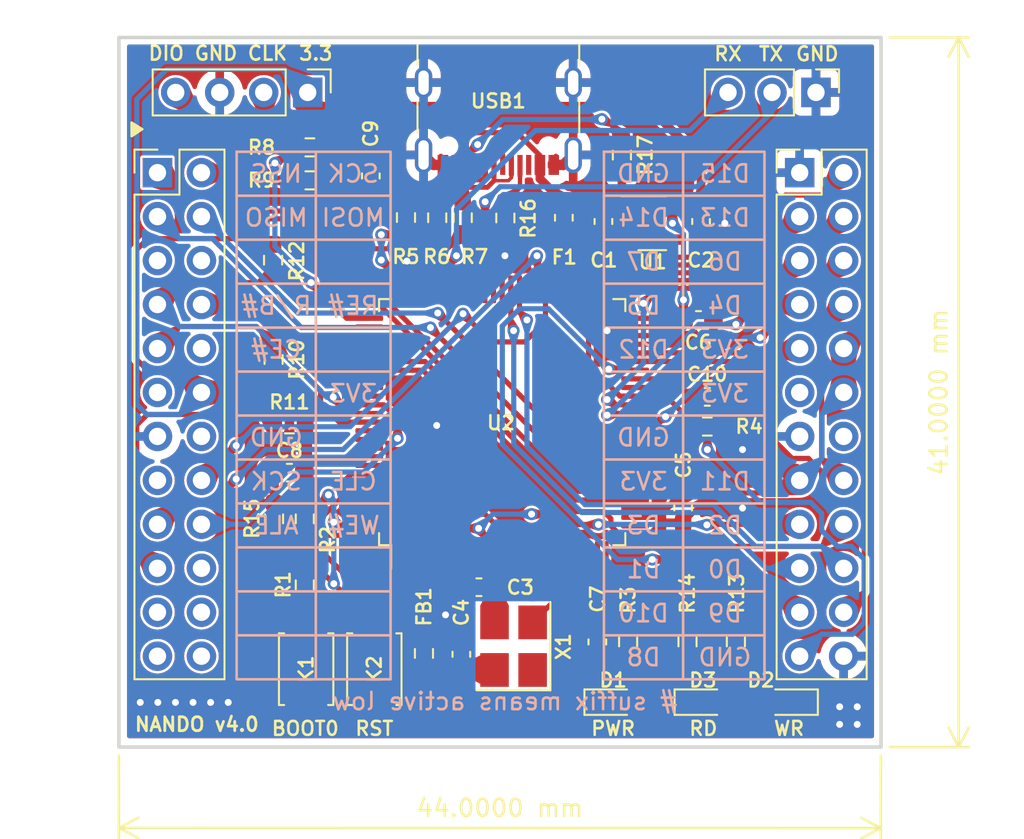
<source format=kicad_pcb>
(kicad_pcb (version 20221018) (generator pcbnew)
  (title_block (title "NANDO") (rev "v3.4"))
  (layers (0 "F.Cu" signal) (31 "B.Cu" signal) (34 "B.Paste" user) (35 "F.Paste" user) (36 "B.SilkS" user "B.Silkscreen") (37 "F.SilkS" user "F.Silkscreen") (38 "B.Mask" user) (39 "F.Mask" user) (44 "Edge.Cuts" user))
  (net 0 "")
  (net 1 "Net-(U2-RCC_OSC_IN)")
  (net 2 "GNDD")
  (net 3 "+5V")
  (net 4 "+3V3")
  (net 5 "Net-(D1-A)")
  (net 6 "Net-(D2-A)")
  (net 7 "Net-(D3-A)")
  (net 14 "Net-(J3-Pin_19)")
  (net 22 "Net-(U2-BOOT1{slash}PB2)")
  (net 52 "/USB_N")
  (net 53 "/USB_P")
  (net 69 "/SWDIO")
  (net 70 "/SWCLK")
  (net 71 "/USART1_TX")
  (net 72 "/USART1_RX")
  (net 73 "/SPI1_NSS")
  (net 74 "/SPI1_SCK")
  (net 75 "/SPI1_MISO")
  (net 76 "/SPI1_MOSI")
  (net 77 "/FSMC_NWAIT")
  (net 78 "/FSMC_NOE")
  (net 79 "/FSMC_NCE2")
  (net 80 "/FSMC_CLE")
  (net 81 "/FSMC_ALE")
  (net 82 "/FSMC_NWE")
  (net 83 "/FSMC_D15")
  (net 84 "/FSMC_D14")
  (net 85 "/FSMC_D13")
  (net 86 "/FSMC_D7")
  (net 87 "/FSMC_D6")
  (net 88 "/FSMC_D5")
  (net 89 "/FSMC_D4")
  (net 90 "/FSMC_D12")
  (net 91 "/FSMC_D11")
  (net 92 "/FSMC_D3")
  (net 93 "/FSMC_D2")
  (net 94 "/FSMC_D1")
  (net 95 "/FSMC_D0")
  (net 96 "/FSMC_D10")
  (net 97 "/FSMC_D9")
  (net 98 "/FSMC_D8")
  (net 99 "/BOOT0")
  (net 100 "/NRST")
  (net 101 "/USB_DP")
  (net 102 "/USB_DN")
  (net 103 "/RED")
  (net 104 "/YELLOW")
  (net 110 "Net-(X1-VDD)")
  (net 113 "Net-(F1-Pad1)")
  (net 114 "Net-(USB1-CC1)")
  (net 115 "Net-(USB1-CC2)")
  (net 118 "Net-(K1-Pin_2)")
  (footprint "Package_QFP:LQFP-100_14x14mm_P0.5mm" (layer "F.Cu") (at 191.842 66.863637 90)
    (fp_text reference "U2")
    (fp_text value "STM32F103VCT6")
  )
  (footprint "Connector_PinHeader_2.54mm:PinHeader_1x04_P2.54mm_Vertical" (layer "F.Cu") (at 180.610353 47.813637 -90)
    (fp_text reference "J1" hide)
    (fp_text value "Conn_01x04")
  )
  (footprint "Connector_PinHeader_2.54mm:PinHeader_1x03_P2.54mm_Vertical" (layer "F.Cu") (at 209.962334 47.8136 -90)
    (fp_text reference "J2" hide)
    (fp_text value "Conn_01x03")
  )
  (footprint "lib_fp:PinHeader_2x12_P2.54mm_Vertical_2" (layer "F.Cu") (at 209.020199 52.4491)
    (fp_text reference "J4" hide)
    (fp_text value "Conn_02x12_Odd_Even_Right")
  )
  (footprint "Connector_PinHeader_2.54mm:PinHeader_2x12_P2.54mm_Vertical" (layer "F.Cu") (at 171.936199 52.4491)
    (fp_text reference "J3" hide)
    (fp_text value "Conn_02x12_Odd_Even_Left")
  )
  (footprint "Capacitor_SMD:C_0603_1608Metric_Pad1.08x0.95mm_HandSolder" (layer "F.Cu") (at 203.327 55.2704 -90)
    (fp_text reference "C2")
    (fp_text value "1uF")
  )
  (footprint "Capacitor_SMD:C_0603_1608Metric_Pad1.08x0.95mm_HandSolder" (layer "F.Cu") (at 197.6882 55.2704 -90)
    (fp_text reference "C1")
    (fp_text value "1uF")
  )
  (footprint "Capacitor_SMD:C_0603_1608Metric_Pad1.08x0.95mm_HandSolder" (layer "F.Cu") (at 202.289199 71.816637 -90)
    (fp_text reference "C5")
    (fp_text value "0.1uF")
  )
  (footprint "Capacitor_SMD:C_0603_1608Metric_Pad1.08x0.95mm_HandSolder" (layer "F.Cu") (at 197.336199 79.563637 -90)
    (fp_text reference "C7")
    (fp_text value "0.1uF")
  )
  (footprint "Capacitor_SMD:C_0603_1608Metric_Pad1.08x0.95mm_HandSolder" (layer "F.Cu") (at 203.177099 60.96)
    (fp_text reference "C6")
    (fp_text value "0.1uF")
  )
  (footprint "Capacitor_SMD:C_0603_1608Metric_Pad1.08x0.95mm_HandSolder" (layer "F.Cu") (at 179.556199 69.784637 180)
    (fp_text reference "C8")
    (fp_text value "0.1uF")
  )
  (footprint "Capacitor_SMD:C_0603_1608Metric_Pad1.08x0.95mm_HandSolder" (layer "F.Cu") (at 184.255199 52.639637 -90)
    (fp_text reference "C9")
    (fp_text value "0.1uF")
  )
  (footprint "Capacitor_SMD:C_0603_1608Metric_Pad1.08x0.95mm_HandSolder" (layer "F.Cu") (at 203.686199 65.405 180)
    (fp_text reference "C10")
    (fp_text value "0.1uF")
  )
  (footprint "LED_SMD:LED_0603_1608Metric_Pad1.05x0.95mm_HandSolder" (layer "F.Cu") (at 203.457599 83.043437)
    (fp_text reference "D3")
    (fp_text value "YELLOW")
  )
  (footprint "LED_SMD:LED_0603_1608Metric_Pad1.05x0.95mm_HandSolder" (layer "F.Cu") (at 208.410599 83.043437 180)
    (fp_text reference "D2")
    (fp_text value "RED")
  )
  (footprint "LED_SMD:LED_0603_1608Metric_Pad1.05x0.95mm_HandSolder" (layer "F.Cu") (at 198.250599 83.043437)
    (fp_text reference "D1")
    (fp_text value "GREEN")
  )
  (footprint "Button_Switch_SMD:SW_Push_SPST_NO_Alps_SKRK" (layer "F.Cu") (at 180.521399 81.138437 -90)
    (fp_text reference "K1")
    (fp_text value "BOOT0")
  )
  (footprint "Resistor_SMD:R_0603_1608Metric_Pad0.98x0.95mm_HandSolder" (layer "F.Cu") (at 186.287199 55.0418 90)
    (fp_text reference "R5")
    (fp_text value "1.5k")
  )
  (footprint "Resistor_SMD:R_0603_1608Metric_Pad0.98x0.95mm_HandSolder" (layer "F.Cu") (at 179.556199 66.990637)
    (fp_text reference "R11")
    (fp_text value "10k")
  )
  (footprint "Resistor_SMD:R_0603_1608Metric_Pad0.98x0.95mm_HandSolder" (layer "F.Cu") (at 180.737353 50.988637 180)
    (fp_text reference "R8")
    (fp_text value "10k")
  )
  (footprint "Resistor_SMD:R_0603_1608Metric_Pad0.98x0.95mm_HandSolder" (layer "F.Cu") (at 178.6128 57.5056 -90)
    (fp_text reference "R12")
    (fp_text value "10k")
  )
  (footprint "Resistor_SMD:R_0603_1608Metric_Pad0.98x0.95mm_HandSolder" (layer "F.Cu") (at 205.337199 79.563637 90)
    (fp_text reference "R13")
    (fp_text value "2.2k")
  )
  (footprint "Resistor_SMD:R_0603_1608Metric_Pad0.98x0.95mm_HandSolder" (layer "F.Cu") (at 202.543199 79.563637 90)
    (fp_text reference "R14")
    (fp_text value "2.2k")
  )
  (footprint "Resistor_SMD:R_0603_1608Metric_Pad0.98x0.95mm_HandSolder" (layer "F.Cu") (at 178.667199 72.451637 -90)
    (fp_text reference "R15")
    (fp_text value "10k")
  )
  (footprint "Resistor_SMD:R_0603_1608Metric_Pad0.98x0.95mm_HandSolder" (layer "F.Cu") (at 178.641799 63.246 -90)
    (fp_text reference "R10")
    (fp_text value "10k")
  )
  (footprint "Resistor_SMD:R_0603_1608Metric_Pad0.98x0.95mm_HandSolder" (layer "F.Cu") (at 180.737353 52.893637 180)
    (fp_text reference "R9")
    (fp_text value "10k")
  )
  (footprint "Resistor_SMD:R_0603_1608Metric_Pad0.98x0.95mm_HandSolder" (layer "F.Cu") (at 189.563799 55.052637 90)
    (fp_text reference "R7")
    (fp_text value "22")
  )
  (footprint "Resistor_SMD:R_0603_1608Metric_Pad0.98x0.95mm_HandSolder" (layer "F.Cu") (at 188.090599 55.052637 -90)
    (fp_text reference "R6")
    (fp_text value "22")
  )
  (footprint "Resistor_SMD:R_0603_1608Metric_Pad0.98x0.95mm_HandSolder" (layer "F.Cu") (at 180.445199 76.261637 -90)
    (fp_text reference "R1")
    (fp_text value "510")
  )
  (footprint "Resistor_SMD:R_0603_1608Metric_Pad0.98x0.95mm_HandSolder" (layer "F.Cu") (at 180.445199 72.451637 -90)
    (fp_text reference "R2")
    (fp_text value "10k")
  )
  (footprint "Resistor_SMD:R_0603_1608Metric_Pad0.98x0.95mm_HandSolder" (layer "F.Cu") (at 199.114199 79.563637 90)
    (fp_text reference "R3")
    (fp_text value "4.7k")
  )
  (footprint "Resistor_SMD:R_0603_1608Metric_Pad0.98x0.95mm_HandSolder" (layer "F.Cu") (at 203.686199 67.117637 180)
    (fp_text reference "R4")
    (fp_text value "10k")
  )
  (footprint "Button_Switch_SMD:SW_Push_SPST_NO_Alps_SKRK" (layer "F.Cu") (at 184.458399 81.138437 90)
    (fp_text reference "K2")
    (fp_text value "~RST")
  )
  (footprint "Package_TO_SOT_SMD:SOT-23-5" (layer "F.Cu") (at 200.511199 55.367637)
    (fp_text reference "U1")
    (fp_text value "RT9013-33GB")
  )
  (footprint "Resistor_SMD:R_0603_1608Metric_Pad0.98x0.95mm_HandSolder" (layer "F.Cu") (at 192.024 55.0672 -90)
    (fp_text reference "R16")
    (fp_text value "5.1K")
  )
  (footprint "Fuse:Fuse_0603_1608Metric_Pad1.05x0.95mm_HandSolder" (layer "F.Cu") (at 195.402564 55.054883 -90)
    (fp_text reference "F1")
    (fp_text value "500mA, 6V")
  )
  (footprint "Capacitor_SMD:C_0603_1608Metric_Pad1.08x0.95mm_HandSolder" (layer "F.Cu") (at 190.5 76.4032 180)
    (fp_text reference "C3")
    (fp_text value "15pF")
  )
  (footprint "Resistor_SMD:R_0603_1608Metric_Pad0.98x0.95mm_HandSolder" (layer "F.Cu") (at 187.325 80.227763 -90)
    (fp_text reference "FB1")
    (fp_text value "FerriteBead_600Ω@100MHz")
  )
  (footprint "Connector_USB:USB_C_Receptacle_GCT_USB4105-xx-A_16P_TopMnt_Horizontal" (layer "F.Cu") (at 191.621199 48.321637 180)
    (fp_text reference "USB1")
    (fp_text value "USB_C_Receptacle_USB2.0")
  )
  (footprint "Oscillator:Oscillator_SMD_Abracon_ASE-4Pin_3.2x2.5mm_HandSoldering" (layer "F.Cu") (at 192.5 79.8102 90)
    (fp_text reference "X1")
    (fp_text value "8MHz 3.3V")
  )
  (footprint "Resistor_SMD:R_0603_1608Metric_Pad0.98x0.95mm_HandSolder" (layer "F.Cu") (at 198.755 51.435 90)
    (fp_text reference "R17")
    (fp_text value "5.1K")
  )
  (footprint "Capacitor_SMD:C_0603_1608Metric_Pad1.08x0.95mm_HandSolder" (layer "F.Cu") (at 189.484 80.278563 90)
    (fp_text reference "C4")
    (fp_text value "0.1uF")
  )
  (gr_line (start 176.508199 69.022637) (end 185.398199 69.022637) (stroke (width 0.15)) (layer "B.SilkS"))
  (gr_line (start 181.080199 51.242637) (end 181.080199 81.722637) (stroke (width 0.15)) (layer "B.SilkS"))
  (gr_line (start 185.398199 53.782637) (end 176.508199 53.782637) (stroke (width 0.15)) (layer "B.SilkS"))
  (gr_line (start 176.508199 79.182637) (end 185.398199 79.182637) (stroke (width 0.15)) (layer "B.SilkS"))
  (gr_line (start 197.717199 56.322637) (end 206.988199 56.322637) (stroke (width 0.15)) (layer "B.SilkS"))
  (gr_line (start 206.988199 53.782637) (end 197.717199 53.782637) (stroke (width 0.15)) (layer "B.SilkS"))
  (gr_line (start 185.398199 76.642637) (end 176.508199 76.642637) (stroke (width 0.15)) (layer "B.SilkS"))
  (gr_line (start 197.717199 74.102637) (end 206.988199 74.102637) (stroke (width 0.15)) (layer "B.SilkS"))
  (gr_line (start 185.398199 61.402637) (end 176.508199 61.402637) (stroke (width 0.15)) (layer "B.SilkS"))
  (gr_line (start 206.988199 61.402637) (end 197.717199 61.402637) (stroke (width 0.15)) (layer "B.SilkS"))
  (gr_line (start 176.508199 66.482637) (end 185.398199 66.482637) (stroke (width 0.15)) (layer "B.SilkS"))
  (gr_line (start 197.717199 66.482637) (end 206.988199 66.482637) (stroke (width 0.15)) (layer "B.SilkS"))
  (gr_line (start 176.508199 74.102637) (end 185.398199 74.102637) (stroke (width 0.15)) (layer "B.SilkS"))
  (gr_line (start 185.398199 58.862637) (end 176.508199 58.862637) (stroke (width 0.15)) (layer "B.SilkS"))
  (gr_line (start 202.289199 51.242637) (end 202.289199 81.722637) (stroke (width 0.15)) (layer "B.SilkS"))
  (gr_line (start 185.398199 63.942637) (end 176.508199 63.942637) (stroke (width 0.15)) (layer "B.SilkS"))
  (gr_line (start 197.717199 79.182637) (end 206.988199 79.182637) (stroke (width 0.15)) (layer "B.SilkS"))
  (gr_line (start 206.988199 71.562637) (end 197.717199 71.562637) (stroke (width 0.15)) (layer "B.SilkS"))
  (gr_line (start 185.398199 71.562637) (end 176.508199 71.562637) (stroke (width 0.15)) (layer "B.SilkS"))
  (gr_line (start 176.508199 56.322637) (end 185.398199 56.322637) (stroke (width 0.15)) (layer "B.SilkS"))
  (gr_line (start 206.988199 63.942637) (end 197.717199 63.942637) (stroke (width 0.15)) (layer "B.SilkS"))
  (gr_rect (start 176.508199 51.242637) (end 185.398199 81.722637) (stroke (width 0.15)) (fill none) (layer "B.SilkS"))
  (gr_line (start 206.988199 76.642637) (end 197.717199 76.642637) (stroke (width 0.15)) (layer "B.SilkS"))
  (gr_line (start 206.988199 58.862637) (end 197.717199 58.862637) (stroke (width 0.15)) (layer "B.SilkS"))
  (gr_line (start 197.717199 69.022637) (end 206.988199 69.022637) (stroke (width 0.15)) (layer "B.SilkS"))
  (gr_rect (start 197.717199 51.242637) (end 206.988199 81.722637) (stroke (width 0.15)) (fill none) (layer "B.SilkS"))
  (gr_poly (pts (xy 170.442699 49.560137) (xy 170.447199 50.338637) (xy 171.047199 49.938637)) (stroke (width 0.15)) (fill solid) (layer "F.SilkS"))
  (gr_line (start 169.71 85.638637) (end 213.719199 85.638637) (stroke (width 0.2)) (layer "Edge.Cuts"))
  (gr_line (start 213.719199 44.638637) (end 169.71 44.638637) (stroke (width 0.2)) (layer "Edge.Cuts"))
  (gr_line (start 213.719199 85.638637) (end 213.719199 44.638637) (stroke (width 0.2)) (layer "Edge.Cuts"))
  (gr_line (start 169.71 44.638637) (end 169.71 85.638637) (stroke (width 0.2)) (layer "Edge.Cuts"))
  (gr_text "D0" (at 204.702199 75.372637) (layer "B.SilkS") (effects (font (size 1 1)) (justify mirror)))
  (gr_text "D7" (at 200.003199 57.592637) (layer "B.SilkS") (effects (font (size 1 1)) (justify mirror)))
  (gr_text "GND" (at 200.003199 52.512637) (layer "B.SilkS") (effects (font (size 1 1)) (justify mirror)))
  (gr_text "D15" (at 204.702199 52.512637) (layer "B.SilkS") (effects (font (size 1 1)) (justify mirror)))
  (gr_text "SCK" (at 178.794199 70.292637) (layer "B.SilkS") (effects (font (size 1 1)) (justify mirror)))
  (gr_text "MOSI" (at 183.239199 55.052637) (layer "B.SilkS") (effects (font (size 1 1)) (justify mirror)))
  (gr_text "D2" (at 204.702199 72.832637) (layer "B.SilkS") (effects (font (size 1 1)) (justify mirror)))
  (gr_text "D6" (at 204.702199 57.592637) (layer "B.SilkS") (effects (font (size 1 1)) (justify mirror)))
  (gr_text "R/B#" (at 178.794199 60.132637) (layer "B.SilkS") (effects (font (size 1 1)) (justify mirror)))
  (gr_text "GND" (at 204.702199 80.452637) (layer "B.SilkS") (effects (font (size 1 1)) (justify mirror)))
  (gr_text "CLE" (at 183.239199 70.292637) (layer "B.SilkS") (effects (font (size 1 1)) (justify mirror)))
  (gr_text "D4" (at 204.702199 60.132637) (layer "B.SilkS") (effects (font (size 1 1)) (justify mirror)))
  (gr_text "MISO" (at 178.794199 55.052637) (layer "B.SilkS") (effects (font (size 1 1)) (justify mirror)))
  (gr_text "CE#" (at 178.794199 62.672637) (layer "B.SilkS") (effects (font (size 1 1)) (justify mirror)))
  (gr_text "WE#" (at 183.239199 72.832637) (layer "B.SilkS") (effects (font (size 1 1)) (justify mirror)))
  (gr_text "D1" (at 200.003199 75.372637) (layer "B.SilkS") (effects (font (size 1 1)) (justify mirror)))
  (gr_text "D10" (at 200.003199 77.912637) (layer "B.SilkS") (effects (font (size 1 1)) (justify mirror)))
  (gr_text "NSS" (at 178.794199 52.512637) (layer "B.SilkS") (effects (font (size 1 1)) (justify mirror)))
  (gr_text "# suffix means active low" (at 192.002199 82.992637) (layer "B.SilkS") (effects (font (size 1 1)) (justify mirror)))
  (gr_text "RE#" (at 183.239199 60.132637) (layer "B.SilkS") (effects (font (size 1 1)) (justify mirror)))
  (gr_text "D8" (at 200.003199 80.452637) (layer "B.SilkS") (effects (font (size 1 1)) (justify mirror)))
  (gr_text "D12" (at 200.003199 62.672637) (layer "B.SilkS") (effects (font (size 1 1)) (justify mirror)))
  (gr_text "D9" (at 204.702199 77.912637) (layer "B.SilkS") (effects (font (size 1 1)) (justify mirror)))
  (gr_text "D14" (at 200.003199 55.052637) (layer "B.SilkS") (effects (font (size 1 1)) (justify mirror)))
  (gr_text "3V3" (at 183.239199 65.212637) (layer "B.SilkS") (effects (font (size 1 1)) (justify mirror)))
  (gr_text "GND" (at 200.003199 67.752637) (layer "B.SilkS") (effects (font (size 1 1)) (justify mirror)))
  (gr_text "D13" (at 204.702199 55.052637) (layer "B.SilkS") (effects (font (size 1 1)) (justify mirror)))
  (gr_text "GND" (at 178.794199 67.752637) (layer "B.SilkS") (effects (font (size 1 1)) (justify mirror)))
  (gr_text "3V3" (at 204.702199 65.212637) (layer "B.SilkS") (effects (font (size 1 1)) (justify mirror)))
  (gr_text "D5" (at 200.003199 60.132637) (layer "B.SilkS") (effects (font (size 1 1)) (justify mirror)))
  (gr_text "D3" (at 200.003199 72.832637) (layer "B.SilkS") (effects (font (size 1 1)) (justify mirror)))
  (gr_text "SCK" (at 183.239199 52.512637) (layer "B.SilkS") (effects (font (size 1 1)) (justify mirror)))
  (gr_text "3V3" (at 200.003199 70.292637) (layer "B.SilkS") (effects (font (size 1 1)) (justify mirror)))
  (gr_text "ALE" (at 178.794199 72.832637) (layer "B.SilkS") (effects (font (size 1 1)) (justify mirror)))
  (gr_text "D11" (at 204.702199 70.292637) (layer "B.SilkS") (effects (font (size 1 1)) (justify mirror)))
  (gr_text "3V3" (at 204.702199 62.672637) (layer "B.SilkS") (effects (font (size 1 1)) (justify mirror)))
  (gr_text "DIO" (at 172.444199 45.554948) (layer "F.SilkS") (effects (font (size 0.8 0.8))))
  (gr_text "BOOT0" (at 180.470599 84.567437) (layer "F.SilkS") (effects (font (size 0.8 0.8))))
  (gr_text "GND" (at 210.036199 45.593) (layer "F.SilkS") (effects (font (size 0.8 0.8))))
  (gr_text "PWR" (at 198.250599 84.567437) (layer "F.SilkS") (effects (font (size 0.8 0.8))))
  (gr_text "WR" (at 208.410599 84.567437) (layer "F.SilkS") (effects (font (size 0.8 0.8))))
  (gr_text "RD" (at 203.457599 84.567437) (layer "F.SilkS") (effects (font (size 0.8 0.8))))
  (gr_text "NANDO v4.0" (at 170.539199 84.328) (layer "F.SilkS") (effects (font (size 0.8 0.8) (thickness 0.1625)) (justify left)))
  (gr_text "TX" (at 207.363199 45.593) (layer "F.SilkS") (effects (font (size 0.8 0.8))))
  (gr_text "CLK" (at 178.286199 45.554948) (layer "F.SilkS") (effects (font (size 0.8 0.8))))
  (gr_text "RX" (at 204.882334 45.593) (layer "F.SilkS") (effects (font (size 0.8 0.8))))
  (gr_text "RST" (at 184.458399 84.567437) (layer "F.SilkS") (effects (font (size 0.8 0.8))))
  (gr_text "GND" (at 175.317199 45.554948) (layer "F.SilkS") (effects (font (size 0.8 0.8))))
  (gr_text "3.3" (at 181.080199 45.554948) (layer "F.SilkS") (effects (font (size 0.8 0.8))))
  (dimension (type aligned) (layer "F.SilkS") (pts (xy 213.719199 44.638637) (xy 213.719199 85.638637)) (height -4.480801) (gr_text "41.0000 mm" (at 217.05 65.138637 90) (layer "F.SilkS") (effects (font (size 1 1) (thickness 0.15)))) (format (prefix "") (suffix "") (units 3) (units_format 1) (precision 4)) (style (thickness 0.15) (arrow_length 1.27) (text_position_mode 0) (extension_height 0.58642) (extension_offset 0.5) keep_text_aligned))
  (dimension (type aligned) (layer "F.SilkS") (pts (xy 213.71 85.64) (xy 169.71 85.63)) (height -4.67955) (gr_text "44.0000 mm" (at 191.709197 89.16455 -0.01302176785) (layer "F.SilkS") (effects (font (size 1 1) (thickness 0.15)))) (format (prefix "") (suffix "") (units 3) (units_format 1) (precision 4)) (style (thickness 0.15) (arrow_length 1.27) (text_position_mode 0) (extension_height 0.58642) (extension_offset 0.5) keep_text_aligned))
  (segment (start 191.342 76.3827) (end 191.3625 76.4032) (width 0.3) (layer "F.Cu") (net 1))
  (segment (start 191.4 78.4352) (end 191.4 76.4407) (width 0.8) (layer "F.Cu") (net 1))
  (segment (start 191.4 76.4407) (end 191.3625 76.4032) (width 0.8) (layer "F.Cu") (net 1))
  (segment (start 191.342 74.538637) (end 191.342 76.3827) (width 0.3) (layer "F.Cu") (net 1))
  (segment (start 199.373699 55.367637) (end 198.453463 55.367637) (width 0.5) (layer "F.Cu") (net 2))
  (segment (start 186.342 57.5635) (end 186.3344 57.5559) (width 0.25) (layer "F.Cu") (net 2))
  (segment (start 195.366199 52.001637) (end 195.941199 51.426637) (width 0.6) (layer "F.Cu") (net 2))
  (segment (start 188.421199 52.001637) (end 187.876199 52.001637) (width 0.6) (layer "F.Cu") (net 2))
  (segment (start 198.453463 55.367637) (end 197.6882 56.1329) (width 0.5) (layer "F.Cu") (net 2))
  (segment (start 197.336199 83.004037) (end 197.375599 83.043437) (width 0.8) (layer "F.Cu") (net 2))
  (segment (start 203.138336 71.83) (end 205.72 71.83) (width 0.3) (layer "F.Cu") (net 2))
  (segment (start 186.34 59.186637) (end 186.342 59.188637) (width 0.3) (layer "F.Cu") (net 2))
  (segment (start 187.876199 52.001637) (end 187.301199 51.426637) (width 0.6) (layer "F.Cu") (net 2))
  (segment (start 189.6375 76.4032) (end 190.342 75.6987) (width 0.3) (layer "F.Cu") (net 2))
  (segment (start 186.34 57.56) (end 186.34 59.186637) (width 0.3) (layer "F.Cu") (net 2))
  (segment (start 194.842 74.538637) (end 194.842 77.1932) (width 0.3) (layer "F.Cu") (net 2))
  (segment (start 202.289199 72.679137) (end 203.138336 71.83) (width 0.3) (layer "F.Cu") (net 2))
  (segment (start 190.342 75.6987) (end 190.342 74.538637) (width 0.3) (layer "F.Cu") (net 2))
  (segment (start 194.821199 52.001637) (end 195.366199 52.001637) (width 0.6) (layer "F.Cu") (net 2))
  (segment (start 178.693699 71.512637) (end 178.667199 71.539137) (width 0.8) (layer "F.Cu") (net 2))
  (segment (start 194.842 77.1932) (end 193.6 78.4352) (width 0.3) (layer "F.Cu") (net 2))
  (via (at 212.344 83.312) (size 0.7) (drill 0.4) (layers "F.Cu" "B.Cu") (net 2))
  (via (at 205.72 68.45) (size 0.7) (drill 0.4) (layers "F.Cu" "B.Cu") (net 2))
  (via (at 188.57 78) (size 0.7) (drill 0.4) (layers "F.Cu" "B.Cu") (net 2))
  (via (at 172.974 83.058) (size 0.7) (drill 0.4) (layers "F.Cu" "B.Cu") (net 2))
  (via (at 173.99 83.058) (size 0.7) (drill 0.4) (layers "F.Cu" "B.Cu") (net 2))
  (via (at 211.328 83.312) (size 0.7) (drill 0.4) (layers "F.Cu" "B.Cu") (net 2))
  (via (at 205.72 71.83) (size 0.7) (drill 0.4) (layers "F.Cu" "B.Cu") (net 2))
  (via (at 175.006 83.058) (size 0.7) (drill 0.4) (layers "F.Cu" "B.Cu") (net 2))
  (via (at 204.7 55.372) (size 0.7) (drill 0.4) (layers "F.Cu" "B.Cu") (net 2))
  (via (at 211.328 84.328) (size 0.7) (drill 0.4) (layers "F.Cu" "B.Cu") (net 2))
  (via (at 171.958 83.058) (size 0.7) (drill 0.4) (layers "F.Cu" "B.Cu") (net 2))
  (via (at 176.022 83.058) (size 0.7) (drill 0.4) (layers "F.Cu" "B.Cu") (net 2))
  (via (at 170.942 83.058) (size 0.7) (drill 0.4) (layers "F.Cu" "B.Cu") (net 2))
  (via (at 188.06 67.056) (size 0.7) (drill 0.4) (layers "F.Cu" "B.Cu") (net 2))
  (via (at 186.34 57.56) (size 0.7) (drill 0.4) (layers "F.Cu" "B.Cu") (net 2))
  (via (at 192 57.25) (size 0.7) (drill 0.4) (layers "F.Cu" "B.Cu") (net 2))
  (via (at 212.344 84.328) (size 0.7) (drill 0.4) (layers "F.Cu" "B.Cu") (net 2))
  (via (at 197.9 61.58) (size 0.7) (drill 0.4) (layers "F.Cu" "B.Cu") (net 2))
  (segment (start 200.533 56.035319) (end 200.533 54.737) (width 0.25) (layer "F.Cu") (net 3))
  (segment (start 197.697937 54.417637) (end 199.373699 54.417637) (width 0.5) (layer "F.Cu") (net 3))
  (segment (start 200.213637 54.417637) (end 199.373699 54.417637) (width 0.25) (layer "F.Cu") (net 3))
  (segment (start 200.250682 56.317637) (end 200.533 56.035319) (width 0.25) (layer "F.Cu") (net 3))
  (segment (start 197.6882 54.4079) (end 197.697937 54.417637) (width 0.5) (layer "F.Cu") (net 3))
  (segment (start 199.373699 56.317637) (end 200.250682 56.317637) (width 0.25) (layer "F.Cu") (net 3))
  (segment (start 200.533 54.737) (end 200.213637 54.417637) (width 0.25) (layer "F.Cu") (net 3))
  (segment (start 195.402564 55.929883) (end 196.924547 54.4079) (width 0.5) (layer "F.Cu") (net 3))
  (segment (start 196.924547 54.4079) (end 197.6882 54.4079) (width 0.5) (layer "F.Cu") (net 3))
  (segment (start 180.418699 69.784637) (end 180.418699 71.512637) (width 0.8) (layer "F.Cu") (net 4))
  (segment (start 202.309362 60.863637) (end 202.314599 60.8584) (width 0.3) (layer "F.Cu") (net 4))
  (segment (start 183.515 80.137) (end 186.503263 80.137) (width 0.3) (layer "F.Cu") (net 4))
  (segment (start 196.342 77.706938) (end 197.336199 78.701137) (width 0.3) (layer "F.Cu") (net 4))
  (segment (start 196.067 73.438637) (end 196.07233 73.438637) (width 0.3) (layer "F.Cu") (net 4))
  (segment (start 178.641799 64.1585) (end 177.651199 65.1491) (width 0.8) (layer "F.Cu") (net 4))
  (segment (start 181.649853 52.893637) (end 182.258353 53.502137) (width 0.5) (layer "F.Cu") (net 4))
  (segment (start 181.808409 71.064409) (end 181.333681 71.539137) (width 0.3) (layer "F.Cu") (net 4))
  (segment (start 203.327 54.4079) (end 203.327 51.689) (width 0.5) (layer "F.Cu") (net 4))
  (segment (start 181.267137 75.349137) (end 182.499 76.581) (width 0.3) (layer "F.Cu") (net 4))
  (segment (start 170.7388 63.246) (end 171.3738 63.881) (width 0.3) (layer "F.Cu") (net 4))
  (segment (start 180.468699 65.9854) (end 180.468699 66.990637) (width 0.8) (layer "F.Cu") (net 4))
  (segment (start 180.418699 71.512637) (end 180.445199 71.539137) (width 0.8) (layer "F.Cu") (net 4))
  (segment (start 182.337637 72.863637) (end 182.118 72.644) (width 0.3) (layer "F.Cu") (net 4))
  (segment (start 178.6128 56.5931) (end 178.2807 56.261) (width 0.3) (layer "F.Cu") (net 4))
  (segment (start 190.842 73.362) (end 190.842 74.538637) (width 0.3) (layer "F.Cu") (net 4))
  (segment (start 202.289199 70.954137) (end 201.379699 71.863637) (width 0.3) (layer "F.Cu") (net 4))
  (segment (start 180.7464 51.990184) (end 181.649853 52.893637) (width 0.3) (layer "F.Cu") (net 4))
  (segment (start 186.211499 56.03) (end 186.287199 55.9543) (width 0.3) (layer "F.Cu") (net 4))
  (segment (start 182.258353 53.502137) (end 184.255199 53.502137) (width 0.5) (layer "F.Cu") (net 4))
  (segment (start 205.613 64.389) (end 203.839699 64.389) (width 0.3) (layer "F.Cu") (net 4))
  (segment (start 180.610353 47.813637) (end 180.7464 47.949684) (width 0.3) (layer "F.Cu") (net 4))
  (segment (start 184.86 56.03) (end 186.211499 56.03) (width 0.3) (layer "F.Cu") (net 4))
  (segment (start 201.648699 55.344699) (end 201.676 55.372) (width 0.5) (layer "F.Cu") (net 4))
  (segment (start 199.114199 78.651137) (end 197.386199 78.651137) (width 0.8) (layer "F.Cu") (net 4))
  (segment (start 178.641799 64.1585) (end 180.468699 65.9854) (width 0.8) (layer "F.Cu") (net 4))
  (segment (start 203.327 51.689) (end 200.248 48.61) (width 0.5) (layer "F.Cu") (net 4))
  (segment (start 189.050707 72.9996) (end 190.4796 72.9996) (width 0.3) (layer "F.Cu") (net 4))
  (segment (start 184.167 72.863637) (end 182.337637 72.863637) (width 0.3) (layer "F.Cu") (net 4))
  (segment (start 177.651199 65.1491) (end 174.476199 65.1491) (width 0.8) (layer "F.Cu") (net 4))
  (segment (start 185.842 59.188637) (end 185.842 58.482) (width 0.3) (layer "F.Cu") (net 4))
  (segment (start 201.140699 54.417637) (end 201.142399 54.415937) (width 0.5) (layer "F.Cu") (net 4))
  (segment (start 182.499 79.121) (end 183.515 80.137) (width 0.3) (layer "F.Cu") (net 4))
  (segment (start 173.208099 63.881) (end 174.476199 65.1491) (width 0.3) (layer "F.Cu") (net 4))
  (segment (start 212.725 51.689) (end 212.725 61.444299) (width 0.25) (layer "F.Cu") (net 4))
  (segment (start 187.325 79.315263) (end 187.325 76.830637) (width 0.3) (layer "F.Cu") (net 4))
  (segment (start 187.325 76.830637) (end 188.342 75.813637) (width 0.3) (layer "F.Cu") (net 4))
  (segment (start 211.4296 50.3936) (end 212.725 51.689) (width 0.25) (layer "F.Cu") (net 4))
  (segment (start 212.725 61.444299) (end 211.560199 62.6091) (width 0.25) (layer "F.Cu") (net 4))
  (segment (start 188.342 73.708307) (end 189.050707 72.9996) (width 0.3) (layer "F.Cu") (net 4))
  (segment (start 188.342 75.813637) (end 188.342 73.708307) (width 0.3) (layer "F.Cu") (net 4))
  (segment (start 180.7464 47.949684) (end 180.7464 51.990184) (width 0.3) (layer "F.Cu") (net 4))
  (segment (start 201.379699 71.863637) (end 199.517 71.863637) (width 0.3) (layer "F.Cu") (net 4))
  (segment (start 171.3738 63.881) (end 173.208099 63.881) (width 0.3) (layer "F.Cu") (net 4))
  (segment (start 203.327 54.4068) (end 207.3402 50.3936) (width 0.25) (layer "F.Cu") (net 4))
  (segment (start 185.842 58.482) (end 184.86 57.5) (width 0.3) (layer "F.Cu") (net 4))
  (segment (start 203.327 54.4079) (end 203.317263 54.417637) (width 0.5) (layer "F.Cu") (net 4))
  (segment (start 193.548 72.1868) (end 194.815163 72.1868) (width 0.3) (layer "F.Cu") (net 4))
  (segment (start 199.517 60.863637) (end 202.309362 60.863637) (width 0.3) (layer "F.Cu") (net 4))
  (segment (start 203.317263 54.417637) (end 201.140699 54.417637) (width 0.5) (layer "F.Cu") (net 4))
  (segment (start 181.406716 48.61) (end 180.610353 47.813637) (width 0.5) (layer "F.Cu") (net 4))
  (segment (start 203.327 54.4079) (end 203.327 54.4068) (width 0.25) (layer "F.Cu") (net 4))
  (segment (start 202.289199 70.954137) (end 208.295162 70.954137) (width 0.3) (layer "F.Cu") (net 4))
  (segment (start 184.255199 53.9223) (end 186.287199 55.9543) (width 0.5) (layer "F.Cu") (net 4))
  (segment (start 180.468699 69.734637) (end 180.418699 69.784637) (width 0.8) (layer "F.Cu") (net 4))
  (segment (start 206.248 65.024) (end 205.613 64.389) (width 0.3) (layer "F.Cu") (net 4))
  (segment (start 184.255199 53.502137) (end 184.255199 53.9223) (width 0.5) (layer "F.Cu") (net 4))
  (segment (start 180.468699 66.990637) (end 180.468699 69.734637) (width 0.8) (layer "F.Cu") (net 4))
  (segment (start 186.503263 80.137) (end 187.325 79.315263) (width 0.3) (layer "F.Cu") (net 4))
  (segment (start 178.2807 56.261) (end 171.3738 56.261) (width 0.3) (layer "F.Cu") (net 4))
  (segment (start 203.839699 64.389) (end 202.823699 65.405) (width 0.3) (layer "F.Cu") (net 4))
  (segment (start 180.445199 75.349137) (end 181.267137 75.349137) (width 0.3) (layer "F.Cu") (net 4))
  (segment (start 208.295162 70.954137) (end 209.020199 70.2291) (width 0.3) (layer "F.Cu") (net 4))
  (segment (start 171.3738 56.261) (end 170.7388 56.896) (width 0.3) (layer "F.Cu") (net 4))
  (segment (start 200.248 48.61) (end 181.406716 48.61) (width 0.5) (layer "F.Cu") (net 4))
  (segment (start 181.333681 71.539137) (end 180.445199 71.539137) (width 0.3) (layer "F.Cu") (net 4))
  (segment (start 170.7388 56.896) (end 170.7388 63.246) (width 0.3) (layer "F.Cu") (net 4))
  (segment (start 202.314599 59.820599) (end 202.311 59.817) (width 0.3) (layer "F.Cu") (net 4))
  (segment (start 211.560199 62.6091) (end 211.560199 65.1491) (width 1) (layer "F.Cu") (net 4))
  (segment (start 182.499 76.581) (end 182.499 79.121) (width 0.3) (layer "F.Cu") (net 4))
  (segment (start 206.248 67.456901) (end 206.248 65.024) (width 0.3) (layer "F.Cu") (net 4))
  (segment (start 194.815163 72.1868) (end 196.067 73.438637) (width 0.3) (layer "F.Cu") (net 4))
  (segment (start 201.648699 54.417637) (end 201.648699 55.344699) (width 0.5) (layer "F.Cu") (net 4))
  (segment (start 207.3402 50.3936) (end 211.4296 50.3936) (width 0.25) (layer "F.Cu") (net 4))
  (segment (start 202.314599 60.96) (end 202.314599 59.820599) (width 0.3) (layer "F.Cu") (net 4))
  (segment (start 190.4796 72.9996) (end 190.842 73.362) (width 0.3) (layer "F.Cu") (net 4))
  (segment (start 196.07233 73.438637) (end 196.342 73.708307) (width 0.3) (layer "F.Cu") (net 4))
  (segment (start 196.342 73.708307) (end 196.342 77.706938) (width 0.3) (layer "F.Cu") (net 4))
  (segment (start 209.020199 70.2291) (end 206.248 67.456901) (width 0.3) (layer "F.Cu") (net 4))
  (segment (start 197.386199 78.651137) (end 197.336199 78.701137) (width 0.8) (layer "F.Cu") (net 4))
  (via (at 193.54 72.18) (size 0.7) (drill 0.4) (layers "F.Cu" "B.Cu") (net 4))
  (via (at 181.808409 71.064409) (size 0.7) (drill 0.4) (layers "F.Cu" "B.Cu") (net 4))
  (via (at 202.31 59.8) (size 0.7) (drill 0.4) (layers "F.Cu" "B.Cu") (net 4))
  (via (at 184.86 56.03) (size 0.7) (drill 0.4) (layers "F.Cu" "B.Cu") (net 4))
  (via (at 182.118 76.2) (size 0.7) (drill 0.4) (layers "F.Cu" "B.Cu") (net 4))
  (via (at 190.48 73) (size 0.7) (drill 0.4) (layers "F.Cu" "B.Cu") (net 4))
  (via (at 201.676 55.372) (size 0.7) (drill 0.4) (layers "F.Cu" "B.Cu") (net 4))
  (via (at 182.118 72.644) (size 0.7) (drill 0.4) (layers "F.Cu" "B.Cu") (net 4))
  (via (at 184.86 57.5) (size 0.7) (drill 0.4) (layers "F.Cu" "B.Cu") (net 4))
  (segment (start 202.31 59.8) (end 202.311 59.799) (width 0.3) (layer "B.Cu") (net 4))
  (segment (start 182.118 72.644) (end 182.118 71.374) (width 0.3) (layer "B.Cu") (net 4))
  (segment (start 202.311 59.799) (end 202.311 56.007) (width 0.3) (layer "B.Cu") (net 4))
  (segment (start 179.278716 46.482) (end 180.610353 47.813637) (width 0.3) (layer "B.Cu") (net 4))
  (segment (start 184.86 57.5) (end 184.86 56.03) (width 0.3) (layer "B.Cu") (net 4))
  (segment (start 210.312 68.937299) (end 210.312 66.397299) (width 0.3) (layer "B.Cu") (net 4))
  (segment (start 170.7388 48.2092) (end 172.466 46.482) (width 0.3) (layer "B.Cu") (net 4))
  (segment (start 182.118 71.374) (end 181.808409 71.064409) (width 0.3) (layer "B.Cu") (net 4))
  (segment (start 182.118 72.644) (end 182.118 76.2) (width 0.3) (layer "B.Cu") (net 4))
  (segment (start 171.323 66.421) (end 170.7388 65.8368) (width 0.3) (layer "B.Cu") (net 4))
  (segment (start 170.7388 65.8368) (end 170.7388 48.2092) (width 0.3) (layer "B.Cu") (net 4))
  (segment (start 173.204299 66.421) (end 171.323 66.421) (width 0.3) (layer "B.Cu") (net 4))
  (segment (start 210.312 66.397299) (end 211.560199 65.1491) (width 0.3) (layer "B.Cu") (net 4))
  (segment (start 172.466 46.482) (end 179.278716 46.482) (width 0.3) (layer "B.Cu") (net 4))
  (segment (start 193.54 72.18) (end 191.3 72.18) (width 0.3) (layer "B.Cu") (net 4))
  (segment (start 202.311 56.007) (end 201.676 55.372) (width 0.3) (layer "B.Cu") (net 4))
  (segment (start 191.3 72.18) (end 190.48 73) (width 0.3) (layer "B.Cu") (net 4))
  (segment (start 209.020199 70.2291) (end 210.312 68.937299) (width 0.3) (layer "B.Cu") (net 4))
  (segment (start 174.476199 65.1491) (end 173.204299 66.421) (width 0.3) (layer "B.Cu") (net 4))
  (segment (start 199.114199 80.476137) (end 199.114199 83.032037) (width 0.8) (layer "F.Cu") (net 5))
  (segment (start 199.114199 83.032037) (end 199.125599 83.043437) (width 0.8) (layer "F.Cu") (net 5))
  (segment (start 205.337199 80.845037) (end 207.535599 83.043437) (width 0.8) (layer "F.Cu") (net 6))
  (segment (start 205.337199 80.476137) (end 205.337199 80.845037) (width 0.8) (layer "F.Cu") (net 6))
  (segment (start 202.543199 80.476137) (end 204.332599 82.265537) (width 0.8) (layer "F.Cu") (net 7))
  (segment (start 204.332599 82.265537) (end 204.332599 83.043437) (width 0.8) (layer "F.Cu") (net 7))
  (segment (start 170.7388 67.034199) (end 171.351999 66.421) (width 0.3) (layer "F.Cu") (net 14))
  (segment (start 178.074062 66.421) (end 178.643699 66.990637) (width 0.3) (layer "F.Cu") (net 14))
  (segment (start 171.351999 66.421) (end 178.074062 66.421) (width 0.3) (layer "F.Cu") (net 14))
  (segment (start 171.936199 75.3091) (end 170.7388 74.111701) (width 0.3) (layer "F.Cu") (net 14))
  (segment (start 170.7388 74.111701) (end 170.7388 67.034199) (width 0.3) (layer "F.Cu") (net 14))
  (segment (start 202.527699 67.363637) (end 202.773699 67.117637) (width 0.3) (layer "F.Cu") (net 22))
  (segment (start 199.517 67.363637) (end 202.527699 67.363637) (width 0.3) (layer "F.Cu") (net 22))
  (segment locked (start 189.795818 53.296618) (end 190.989303 53.296618) (width 0.28) (layer "F.Cu") (net 52))
  (segment (start 192.371199 52.738801) (end 192.195278 52.914722) (width 0.2) (layer "F.Cu") (net 52))
  (segment locked (start 191.371199 52.914722) (end 191.371199 52.001637) (width 0.28) (layer "F.Cu") (net 52))
  (segment locked (start 190.989303 53.296618) (end 191.371199 52.914722) (width 0.28) (layer "F.Cu") (net 52))
  (segment (start 192.195278 52.914722) (end 191.371199 52.914722) (width 0.2) (layer "F.Cu") (net 52))
  (segment (start 192.371199 52.001637) (end 192.371199 52.738801) (width 0.2) (layer "F.Cu") (net 52))
  (segment locked (start 189.563799 54.140137) (end 189.563799 53.528637) (width 0.28) (layer "F.Cu") (net 52))
  (segment locked (start 189.563799 53.528637) (end 189.795818 53.296618) (width 0.28) (layer "F.Cu") (net 52))
  (segment (start 191.0588 51.1048) (end 190.871199 51.292401) (width 0.2) (layer "F.Cu") (net 53))
  (segment locked (start 188.090599 54.140137) (end 189.364099 52.866637) (width 0.28) (layer "F.Cu") (net 53))
  (segment (start 190.871199 51.292401) (end 190.871199 52.001637) (width 0.2) (layer "F.Cu") (net 53))
  (segment (start 191.871199 52.001637) (end 191.871199 51.276637) (width 0.2) (layer "F.Cu") (net 53))
  (segment (start 191.871199 51.276637) (end 191.699362 51.1048) (width 0.2) (layer "F.Cu") (net 53))
  (segment (start 186.287199 54.1293) (end 188.079762 54.1293) (width 0.3) (layer "F.Cu") (net 53))
  (segment (start 188.079762 54.1293) (end 188.090599 54.140137) (width 0.3) (layer "F.Cu") (net 53))
  (segment locked (start 190.871199 52.678437) (end 190.871199 52.001637) (width 0.28) (layer "F.Cu") (net 53))
  (segment (start 191.699362 51.1048) (end 191.0588 51.1048) (width 0.2) (layer "F.Cu") (net 53))
  (segment locked (start 189.364099 52.866637) (end 190.682999 52.866637) (width 0.28) (layer "F.Cu") (net 53))
  (segment locked (start 190.682999 52.866637) (end 190.871199 52.678437) (width 0.28) (layer "F.Cu") (net 53))
  (segment (start 186.8932 56.8452) (end 183.776416 56.8452) (width 0.3) (layer "F.Cu") (net 69))
  (segment (start 187.342 57.294) (end 186.8932 56.8452) (width 0.3) (layer "F.Cu") (net 69))
  (segment (start 178.070353 52.893637) (end 172.990353 47.813637) (width 0.5) (layer "F.Cu") (net 69))
  (segment (start 187.342 59.188637) (end 187.342 57.294) (width 0.3) (layer "F.Cu") (net 69))
  (segment (start 183.776416 56.8452) (end 179.824853 52.893637) (width 0.3) (layer "F.Cu") (net 69))
  (segment (start 179.824853 52.893637) (end 178.070353 52.893637) (width 0.5) (layer "F.Cu") (net 69))
  (segment (start 178.92129 51.8922) (end 179.824853 50.988637) (width 0.3) (layer "F.Cu") (net 70))
  (segment (start 178.717999 51.8922) (end 178.92129 51.8922) (width 0.3) (layer "F.Cu") (net 70))
  (segment (start 180.8 58.8) (end 182.863637 60.863637) (width 0.3) (layer "F.Cu") (net 70))
  (segment (start 182.863637 60.863637) (end 184.167 60.863637) (width 0.3) (layer "F.Cu") (net 70))
  (segment (start 178.070353 47.813637) (end 178.070353 49.234137) (width 0.5) (layer "F.Cu") (net 70))
  (segment (start 178.070353 49.234137) (end 179.824853 50.988637) (width 0.5) (layer "F.Cu") (net 70))
  (via (at 178.717999 51.8922) (size 0.7) (drill 0.4) (layers "F.Cu" "B.Cu") (net 70))
  (via (at 180.8 58.8) (size 0.7) (drill 0.4) (layers "F.Cu" "B.Cu") (net 70))
  (segment (start 180.8 58.7784) (end 178.717999 56.696399) (width 0.3) (layer "B.Cu") (net 70))
  (segment (start 178.717999 56.696399) (end 178.717999 51.8922) (width 0.3) (layer "B.Cu") (net 70))
  (segment (start 180.8 58.8) (end 180.8 58.7784) (width 0.3) (layer "B.Cu") (net 70))
  (segment (start 190.8556 54.1274) (end 190.8556 56.515639) (width 0.3) (layer "F.Cu") (net 71))
  (segment (start 189.342 58.029239) (end 189.342 59.188637) (width 0.3) (layer "F.Cu") (net 71))
  (segment (start 190.8556 56.515639) (end 189.342 58.029239) (width 0.3) (layer "F.Cu") (net 71))
  (via (at 190.8556 54.1274) (size 0.7) (drill 0.4) (layers "F.Cu" "B.Cu") (net 71))
  (segment (start 207.422334 48.939866) (end 207.422334 47.8136) (width 0.3) (layer "B.Cu") (net 71))
  (segment (start 190.8556 54.1274) (end 191.7192 53.2638) (width 0.3) (layer "B.Cu") (net 71))
  (segment (start 203.0984 53.2638) (end 207.422334 48.939866) (width 0.3) (layer "B.Cu") (net 71))
  (segment (start 191.7192 53.2638) (end 203.0984 53.2638) (width 0.3) (layer "B.Cu") (net 71))
  (segment (start 189.202 57.25) (end 188.842 57.61) (width 0.3) (layer "F.Cu") (net 72))
  (segment (start 188.842 57.61) (end 188.842 59.188637) (width 0.3) (layer "F.Cu") (net 72))
  (via (at 189.202 57.25) (size 0.7) (drill 0.4) (layers "F.Cu" "B.Cu") (net 72))
  (segment (start 193.754799 50.0126) (end 202.683334 50.0126) (width 0.3) (layer "B.Cu") (net 72))
  (segment (start 202.683334 50.0126) (end 204.882334 47.8136) (width 0.3) (layer "B.Cu") (net 72))
  (segment (start 189.202 57.25) (end 189.202 54.565399) (width 0.3) (layer "B.Cu") (net 72))
  (segment (start 189.202 54.565399) (end 193.754799 50.0126) (width 0.3) (layer "B.Cu") (net 72))
  (segment (start 173.208099 53.721) (end 175.9966 53.721) (width 0.3) (layer "F.Cu") (net 73))
  (segment (start 175.9966 53.721) (end 177.3936 55.118) (width 0.3) (layer "F.Cu") (net 73))
  (segment (start 196.025441 71.363637) (end 199.517 71.363637) (width 0.3) (layer "F.Cu") (net 73))
  (segment (start 171.936199 52.4491) (end 173.208099 53.721) (width 0.3) (layer "F.Cu") (net 73))
  (segment (start 177.3936 55.118) (end 179.779804 55.118) (width 0.3) (layer "F.Cu") (net 73))
  (segment (start 179.779804 55.118) (end 196.025441 71.363637) (width 0.3) (layer "F.Cu") (net 73))
  (segment (start 175.9947 52.4491) (end 178.2136 54.668) (width 0.3) (layer "F.Cu") (net 74))
  (segment (start 178.2136 54.668) (end 179.9662 54.668) (width 0.3) (layer "F.Cu") (net 74))
  (segment (start 174.476199 52.4491) (end 175.9947 52.4491) (width 0.3) (layer "F.Cu") (net 74))
  (segment (start 196.161837 70.863637) (end 199.517 70.863637) (width 0.3) (layer "F.Cu") (net 74))
  (segment (start 179.9662 54.668) (end 196.161837 70.863637) (width 0.3) (layer "F.Cu") (net 74))
  (segment (start 187.7 61.4112) (end 196.652437 70.363637) (width 0.3) (layer "F.Cu") (net 75))
  (segment (start 196.652437 70.363637) (end 199.517 70.363637) (width 0.3) (layer "F.Cu") (net 75))
  (segment (start 187.7 61.4) (end 187.7 61.4112) (width 0.3) (layer "F.Cu") (net 75))
  (via (at 187.7 61.4) (size 0.7) (drill 0.4) (layers "F.Cu" "B.Cu") (net 75))
  (segment (start 173.208099 56.261) (end 171.936199 54.9891) (width 0.3) (layer "B.Cu") (net 75))
  (segment (start 175.111703 56.261) (end 173.208099 56.261) (width 0.3) (layer "B.Cu") (net 75))
  (segment (start 187.7 61.409503) (end 187.682297 61.3918) (width 0.3) (layer "B.Cu") (net 75))
  (segment (start 180.242503 61.3918) (end 175.111703 56.261) (width 0.3) (layer "B.Cu") (net 75))
  (segment (start 187.682297 61.3918) (end 180.242503 61.3918) (width 0.3) (layer "B.Cu") (net 75))
  (segment (start 197.422437 69.863637) (end 199.517 69.863637) (width 0.3) (layer "F.Cu") (net 76))
  (segment (start 188.12 60.56) (end 188.12 60.5612) (width 0.3) (layer "F.Cu") (net 76))
  (segment (start 188.12 60.5612) (end 197.422437 69.863637) (width 0.3) (layer "F.Cu") (net 76))
  (via (at 188.12 60.56) (size 0.7) (drill 0.4) (layers "F.Cu" "B.Cu") (net 76))
  (segment (start 180.047099 60.56) (end 174.476199 54.9891) (width 0.3) (layer "B.Cu") (net 76))
  (segment (start 188.12 60.56) (end 180.047099 60.56) (width 0.3) (layer "B.Cu") (net 76))
  (segment (start 178.6128 58.4181) (end 178.2299 58.801) (width 0.3) (layer "F.Cu") (net 77))
  (segment (start 178.2299 58.801) (end 173.204299 58.801) (width 0.3) (layer "F.Cu") (net 77))
  (segment (start 173.204299 58.801) (end 171.936199 60.0691) (width 0.3) (layer "F.Cu") (net 77))
  (segment (start 182.085515 65.415684) (end 183.033468 66.363637) (width 0.3) (layer "F.Cu") (net 77))
  (segment (start 183.033468 66.363637) (end 184.167 66.363637) (width 0.3) (layer "F.Cu") (net 77))
  (via (at 182.085515 65.415684) (size 0.7) (drill 0.4) (layers "F.Cu" "B.Cu") (net 77))
  (segment (start 181.700483 65.415684) (end 177.625799 61.341) (width 0.3) (layer "B.Cu") (net 77))
  (segment (start 182.085515 65.415684) (end 181.700483 65.415684) (width 0.3) (layer "B.Cu") (net 77))
  (segment (start 173.208099 61.341) (end 171.936199 60.0691) (width 0.3) (layer "B.Cu") (net 77))
  (segment (start 177.625799 61.341) (end 173.208099 61.341) (width 0.3) (layer "B.Cu") (net 77))
  (segment (start 184.167 65.363637) (end 183.085818 65.363637) (width 0.3) (layer "F.Cu") (net 78))
  (segment (start 177.791281 60.0691) (end 174.476199 60.0691) (width 0.3) (layer "F.Cu") (net 78))
  (segment (start 183.085818 65.363637) (end 177.791281 60.0691) (width 0.3) (layer "F.Cu") (net 78))
  (segment (start 177.649299 61.341) (end 178.641799 62.3335) (width 0.3) (layer "F.Cu") (net 79))
  (segment (start 184.167 66.863637) (end 182.433637 66.863637) (width 0.3) (layer "F.Cu") (net 79))
  (segment (start 182.433637 66.863637) (end 181.356 65.786) (width 0.3) (layer "F.Cu") (net 79))
  (segment (start 171.936199 62.6091) (end 173.204299 61.341) (width 0.3) (layer "F.Cu") (net 79))
  (segment (start 181.356 65.786) (end 181.356 65.047701) (width 0.3) (layer "F.Cu") (net 79))
  (segment (start 181.356 65.047701) (end 178.641799 62.3335) (width 0.3) (layer "F.Cu") (net 79))
  (segment (start 173.204299 61.341) (end 177.649299 61.341) (width 0.3) (layer "F.Cu") (net 79))
  (segment (start 191.21 62.23) (end 193.145199 62.23) (width 0.3) (layer "F.Cu") (net 80))
  (segment (start 193.145199 62.23) (end 194.342 61.033199) (width 0.3) (layer "F.Cu") (net 80))
  (segment (start 194.342 61.033199) (end 194.342 59.188637) (width 0.3) (layer "F.Cu") (net 80))
  (segment (start 176.48 68.225299) (end 174.476199 70.2291) (width 0.3) (layer "F.Cu") (net 80))
  (segment (start 189.58 60.6) (end 191.21 62.23) (width 0.3) (layer "F.Cu") (net 80))
  (segment (start 176.48 68.22) (end 176.48 68.225299) (width 0.3) (layer "F.Cu") (net 80))
  (via (at 189.58 60.6) (size 0.7) (drill 0.4) (layers "F.Cu" "B.Cu") (net 80))
  (via (at 176.48 68.22) (size 0.7) (drill 0.4) (layers "F.Cu" "B.Cu") (net 80))
  (segment (start 183.0578 67.1322) (end 177.5678 67.1322) (width 0.3) (layer "B.Cu") (net 80))
  (segment (start 177.5678 67.1322) (end 176.48 68.22) (width 0.3) (layer "B.Cu") (net 80))
  (segment (start 189.576499 60.612968) (end 189.576499 60.613501) (width 0.3) (layer "B.Cu") (net 80))
  (segment (start 189.576499 60.613501) (end 183.0578 67.1322) (width 0.3) (layer "B.Cu") (net 80))
  (segment (start 175.129 71.501) (end 173.204299 71.501) (width 0.3) (layer "F.Cu") (net 81))
  (segment (start 193.8528 57.25) (end 193.842 57.2608) (width 0.3) (layer "F.Cu") (net 81))
  (segment (start 176.48 70.15) (end 175.129 71.501) (width 0.3) (layer "F.Cu") (net 81))
  (segment (start 173.204299 71.501) (end 171.936199 72.7691) (width 0.3) (layer "F.Cu") (net 81))
  (segment (start 193.842 57.2608) (end 193.842 59.188637) (width 0.3) (layer "F.Cu") (net 81))
  (via (at 193.8528 57.25) (size 0.7) (drill 0.4) (layers "F.Cu" "B.Cu") (net 81))
  (via (at 176.48 70.15) (size 0.7) (drill 0.4) (layers "F.Cu" "B.Cu") (net 81))
  (segment (start 176.48 70.15) (end 178.188584 68.441416) (width 0.3) (layer "B.Cu") (net 81))
  (segment (start 178.188584 68.441416) (end 182.666583 68.441416) (width 0.3) (layer "B.Cu") (net 81))
  (segment (start 182.666583 68.441416) (end 193.8528 57.255199) (width 0.3) (layer "B.Cu") (net 81))
  (segment (start 193.8528 57.255199) (end 193.8528 57.25) (width 0.3) (layer "B.Cu") (net 81))
  (segment (start 185.8 67.8) (end 185.8 66.666307) (width 0.3) (layer "F.Cu") (net 82))
  (segment (start 185.8 66.666307) (end 184.99733 65.863637) (width 0.3) (layer "F.Cu") (net 82))
  (segment (start 184.99733 65.863637) (end 184.167 65.863637) (width 0.3) (layer "F.Cu") (net 82))
  (via (at 185.8 67.8) (size 0.7) (drill 0.4) (layers "F.Cu" "B.Cu") (net 82))
  (segment (start 183.8516 69.7484) (end 180.0352 69.7484) (width 0.3) (layer "B.Cu") (net 82))
  (segment (start 177.0145 72.7691) (end 174.476199 72.7691) (width 0.3) (layer "B.Cu") (net 82))
  (segment (start 180.0352 69.7484) (end 177.0145 72.7691) (width 0.3) (layer "B.Cu") (net 82))
  (segment (start 185.8 67.8) (end 183.8516 69.7484) (width 0.3) (layer "B.Cu") (net 82))
  (segment (start 210.262899 53.7464) (end 208.2038 53.7464) (width 0.3) (layer "F.Cu") (net 83))
  (segment (start 204.6152 57.335) (end 195.480637 57.335) (width 0.3) (layer "F.Cu") (net 83))
  (segment (start 211.560199 52.4491) (end 210.262899 53.7464) (width 0.3) (layer "F.Cu") (net 83))
  (segment (start 195.480637 57.335) (end 194.842 57.973637) (width 0.3) (layer "F.Cu") (net 83))
  (segment (start 208.2038 53.7464) (end 204.6152 57.335) (width 0.3) (layer "F.Cu") (net 83))
  (segment (start 194.842 57.973637) (end 194.842 59.188637) (width 0.3) (layer "F.Cu") (net 83))
  (segment (start 206.224299 57.785) (end 195.667033 57.785) (width 0.3) (layer "F.Cu") (net 84))
  (segment (start 195.342 58.110033) (end 195.342 59.188637) (width 0.3) (layer "F.Cu") (net 84))
  (segment (start 209.020199 54.9891) (end 206.224299 57.785) (width 0.3) (layer "F.Cu") (net 84))
  (segment (start 195.667033 57.785) (end 195.342 58.110033) (width 0.3) (layer "F.Cu") (net 84))
  (segment (start 200.157804 58.235) (end 198.042404 60.3504) (width 0.3) (layer "F.Cu") (net 85))
  (segment (start 208.384695 56.261) (end 206.410695 58.235) (width 0.3) (layer "F.Cu") (net 85))
  (segment (start 210.288299 56.261) (end 208.384695 56.261) (width 0.3) (layer "F.Cu") (net 85))
  (segment (start 198.042404 60.3504) (end 196.1388 60.3504) (width 0.3) (layer "F.Cu") (net 85))
  (segment (start 196.1388 60.3504) (end 195.842 60.0536) (width 0.3) (layer "F.Cu") (net 85))
  (segment (start 206.410695 58.235) (end 200.157804 58.235) (width 0.3) (layer "F.Cu") (net 85))
  (segment (start 195.842 60.0536) (end 195.842 59.188637) (width 0.3) (layer "F.Cu") (net 85))
  (segment (start 211.560199 54.9891) (end 210.288299 56.261) (width 0.3) (layer "F.Cu") (net 85))
  (segment (start 197.5176 60.8004) (end 196.828199 61.489801) (width 0.3) (layer "F.Cu") (net 86))
  (segment (start 196.828199 61.489801) (end 196.828199 63.547438) (width 0.3) (layer "F.Cu") (net 86))
  (segment (start 198.644398 65.363637) (end 199.517 65.363637) (width 0.3) (layer "F.Cu") (net 86))
  (segment (start 196.828199 63.547438) (end 198.644398 65.363637) (width 0.3) (layer "F.Cu") (net 86))
  (segment (start 198.2288 60.8004) (end 197.5176 60.8004) (width 0.3) (layer "F.Cu") (net 86))
  (segment (start 200.3442 58.685) (end 198.2288 60.8004) (width 0.3) (layer "F.Cu") (net 86))
  (segment (start 209.020199 57.5291) (end 207.864299 58.685) (width 0.3) (layer "F.Cu") (net 86))
  (segment (start 207.864299 58.685) (end 200.3442 58.685) (width 0.3) (layer "F.Cu") (net 86))
  (segment (start 197.9 65.56) (end 198.203637 65.863637) (width 0.3) (layer "F.Cu") (net 87))
  (segment (start 208.421953 58.801) (end 210.288299 58.801) (width 0.3) (layer "F.Cu") (net 87))
  (segment (start 198.203637 65.863637) (end 199.517 65.863637) (width 0.3) (layer "F.Cu") (net 87))
  (segment (start 208.087953 59.135) (end 208.421953 58.801) (width 0.3) (layer "F.Cu") (net 87))
  (segment (start 200.865 59.135) (end 208.087953 59.135) (width 0.3) (layer "F.Cu") (net 87))
  (segment (start 210.288299 58.801) (end 211.560199 57.5291) (width 0.3) (layer "F.Cu") (net 87))
  (segment (start 200 60) (end 200.865 59.135) (width 0.3) (layer "F.Cu") (net 87))
  (via (at 197.9 65.56) (size 0.7) (drill 0.4) (layers "F.Cu" "B.Cu") (net 87))
  (via (at 200 60) (size 0.7) (drill 0.4) (layers "F.Cu" "B.Cu") (net 87))
  (segment (start 199.9996 63.4604) (end 199.9996 60.0114) (width 0.3) (layer "B.Cu") (net 87))
  (segment (start 199.9996 60.0114) (end 200 60.011) (width 0.3) (layer "B.Cu") (net 87))
  (segment (start 197.9 65.56) (end 199.9996 63.4604) (width 0.3) (layer "B.Cu") (net 87))
  (segment (start 197.904013 66.464013) (end 197.9 66.46) (width 0.3) (layer "F.Cu") (net 88))
  (segment (start 209.020199 60.0691) (end 206.4849 60.0691) (width 0.3) (layer "F.Cu") (net 88))
  (segment (start 197.949848 66.464013) (end 197.904013 66.464013) (width 0.3) (layer "F.Cu") (net 88))
  (segment (start 197.996363 66.363637) (end 199.517 66.363637) (width 0.3) (layer "F.Cu") (net 88))
  (segment (start 197.9 66.46) (end 197.996363 66.363637) (width 0.3) (layer "F.Cu") (net 88))
  (segment (start 206.4849 60.0691) (end 205.34 61.214) (width 0.3) (layer "F.Cu") (net 88))
  (via (at 205.34 61.214) (size 0.7) (drill 0.4) (layers "F.Cu" "B.Cu") (net 88))
  (via (at 197.9 66.46) (size 0.7) (drill 0.4) (layers "F.Cu" "B.Cu") (net 88))
  (segment (start 203.199861 61.214) (end 205.34 61.214) (width 0.3) (layer "B.Cu") (net 88))
  (segment (start 197.949848 66.464013) (end 203.199861 61.214) (width 0.3) (layer "B.Cu") (net 88))
  (segment (start 207.374 61.341) (end 206.735 61.98) (width 0.3) (layer "F.Cu") (net 89))
  (segment (start 201.273199 66.548) (end 200.957562 66.863637) (width 0.3) (layer "F.Cu") (net 89))
  (segment (start 200.957562 66.863637) (end 199.517 66.863637) (width 0.3) (layer "F.Cu") (net 89))
  (segment (start 211.560199 60.0691) (end 210.288299 61.341) (width 0.3) (layer "F.Cu") (net 89))
  (segment (start 210.288299 61.341) (end 207.374 61.341) (width 0.3) (layer "F.Cu") (net 89))
  (via (at 201.273199 66.548) (size 0.7) (drill 0.4) (layers "F.Cu" "B.Cu") (net 89))
  (via (at 206.735 61.98) (size 0.7) (drill 0.4) (layers "F.Cu" "B.Cu") (net 89))
  (segment (start 205.841199 61.98) (end 201.273199 66.548) (width 0.3) (layer "B.Cu") (net 89))
  (segment (start 206.735 61.98) (end 205.841199 61.98) (width 0.3) (layer "B.Cu") (net 89))
  (segment (start 199.742 62.863637) (end 208.765662 62.863637) (width 0.3) (layer "F.Cu") (net 90))
  (segment (start 208.765662 62.863637) (end 209.020199 62.6091) (width 0.3) (layer "F.Cu") (net 90))
  (segment (start 199.742 63.363637) (end 206.772037 63.363637) (width 0.3) (layer "F.Cu") (net 91))
  (segment (start 207.2894 63.881) (end 209.6262 63.881) (width 0.3) (layer "F.Cu") (net 91))
  (segment (start 209.6262 63.881) (end 210.290199 64.544999) (width 0.3) (layer "F.Cu") (net 91))
  (segment (start 206.772037 63.363637) (end 207.2894 63.881) (width 0.3) (layer "F.Cu") (net 91))
  (segment (start 210.290199 64.544999) (end 210.290199 68.9591) (width 0.3) (layer "F.Cu") (net 91))
  (segment (start 210.290199 68.9591) (end 211.560199 70.2291) (width 0.3) (layer "F.Cu") (net 91))
  (segment (start 203.688099 72.7691) (end 209.020199 72.7691) (width 0.3) (layer "F.Cu") (net 92))
  (segment (start 197.4 72.78) (end 196.169012 72.78) (width 0.3) (layer "F.Cu") (net 92))
  (segment (start 187.252649 63.863637) (end 184.167 63.863637) (width 0.3) (layer "F.Cu") (net 92))
  (segment (start 196.169012 72.78) (end 187.252649 63.863637) (width 0.3) (layer "F.Cu") (net 92))
  (segment (start 203.660799 72.7964) (end 203.688099 72.7691) (width 0.3) (layer "F.Cu") (net 92))
  (via (at 203.66 72.8) (size 0.7) (drill 0.4) (layers "F.Cu" "B.Cu") (net 92))
  (via (at 197.4 72.78) (size 0.7) (drill 0.4) (layers "F.Cu" "B.Cu") (net 92))
  (segment (start 197.612 72.7959) (end 197.4159 72.7959) (width 0.3) (layer "B.Cu") (net 92))
  (segment (start 203.635399 72.771) (end 203.660799 72.7964) (width 0.3) (layer "B.Cu") (net 92))
  (segment (start 197.4 72.78) (end 197.409 72.771) (width 0.3) (layer "B.Cu") (net 92))
  (segment (start 197.409 72.771) (end 203.635399 72.771) (width 0.3) (layer "B.Cu") (net 92))
  (segment (start 197.4159 72.7959) (end 197.4 72.78) (width 0.3) (layer "B.Cu") (net 92))
  (segment (start 210.288299 74.041) (end 199.305318 74.041) (width 0.3) (layer "F.Cu") (net 93))
  (segment (start 187.389045 63.363637) (end 184.167 63.363637) (width 0.3) (layer "F.Cu") (net 93))
  (segment (start 211.560199 72.7691) (end 210.288299 74.041) (width 0.3) (layer "F.Cu") (net 93))
  (segment (start 199.305318 74.041) (end 198.12 72.855682) (width 0.3) (layer "F.Cu") (net 93))
  (segment (start 198.12 72.4408) (end 197.7136 72.0344) (width 0.3) (layer "F.Cu") (net 93))
  (segment (start 196.059808 72.0344) (end 187.389045 63.363637) (width 0.3) (layer "F.Cu") (net 93))
  (segment (start 197.7136 72.0344) (end 196.059808 72.0344) (width 0.3) (layer "F.Cu") (net 93))
  (segment (start 198.12 72.855682) (end 198.12 72.4408) (width 0.3) (layer "F.Cu") (net 93))
  (segment (start 192.510199 61.5805) (end 192.5005 61.5805) (width 0.3) (layer "F.Cu") (net 94))
  (segment (start 192.342 61.422) (end 192.342 59.188637) (width 0.3) (layer "F.Cu") (net 94))
  (segment (start 192.5005 61.5805) (end 192.342 61.422) (width 0.3) (layer "F.Cu") (net 94))
  (via (at 192.5 61.58) (size 0.7) (drill 0.4) (layers "F.Cu" "B.Cu") (net 94))
  (segment (start 196.443755 72.0852) (end 203.868838 72.0852) (width 0.3) (layer "B.Cu") (net 94))
  (segment (start 192.510199 68.151644) (end 196.443755 72.0852) (width 0.3) (layer "B.Cu") (net 94))
  (segment (start 192.5 61.58) (end 192.510199 61.590199) (width 0.3) (layer "B.Cu") (net 94))
  (segment (start 203.868838 72.0852) (end 207.092738 75.3091) (width 0.3) (layer "B.Cu") (net 94))
  (segment (start 207.092738 75.3091) (end 209.020199 75.3091) (width 0.3) (layer "B.Cu") (net 94))
  (segment (start 192.510199 61.590199) (end 192.510199 68.151644) (width 0.3) (layer "B.Cu") (net 94))
  (segment (start 193.272199 60.96) (end 192.842 60.529801) (width 0.3) (layer "F.Cu") (net 95))
  (segment (start 192.842 60.529801) (end 192.842 59.188637) (width 0.3) (layer "F.Cu") (net 95))
  (via (at 193.272199 60.96) (size 0.7) (drill 0.4) (layers "F.Cu" "B.Cu") (net 95))
  (segment (start 193.272199 60.96) (end 193.272199 68.277248) (width 0.3) (layer "B.Cu") (net 95))
  (segment (start 193.272199 68.277248) (end 196.630151 71.6352) (width 0.3) (layer "B.Cu") (net 95))
  (segment (start 210.292099 74.041) (end 211.560199 75.3091) (width 0.3) (layer "B.Cu") (net 95))
  (segment (start 204.055234 71.6352) (end 206.461034 74.041) (width 0.3) (layer "B.Cu") (net 95))
  (segment (start 196.630151 71.6352) (end 204.055234 71.6352) (width 0.3) (layer "B.Cu") (net 95))
  (segment (start 206.461034 74.041) (end 210.292099 74.041) (width 0.3) (layer "B.Cu") (net 95))
  (segment (start 200.513 74.803) (end 200.51 74.8) (width 0.3) (layer "F.Cu") (net 96))
  (segment (start 198.063637 63.863637) (end 199.517 63.863637) (width 0.3) (layer "F.Cu") (net 96))
  (segment (start 198 63.8) (end 198.063637 63.863637) (width 0.3) (layer "F.Cu") (net 96))
  (segment (start 205.974099 74.803) (end 200.513 74.803) (width 0.3) (layer "F.Cu") (net 96))
  (segment (start 209.020199 77.8491) (end 205.974099 74.803) (width 0.3) (layer "F.Cu") (net 96))
  (via (at 198 63.8) (size 0.7) (drill 0.4) (layers "F.Cu" "B.Cu") (net 96))
  (via (at 200.51 74.8) (size 0.7) (drill 0.4) (layers "F.Cu" "B.Cu") (net 96))
  (segment (start 198 63.8) (end 194.51 60.31) (width 0.3) (layer "B.Cu") (net 96))
  (segment (start 191.85 61.310761) (end 191.85 68.149239) (width 0.3) (layer "B.Cu") (net 96))
  (segment (start 194.51 60.31) (end 192.850761 60.31) (width 0.3) (layer "B.Cu") (net 96))
  (segment (start 192.850761 60.31) (end 191.85 61.310761) (width 0.3) (layer "B.Cu") (net 96))
  (segment (start 198.500761 74.8) (end 200.51 74.8) (width 0.3) (layer "B.Cu") (net 96))
  (segment (start 191.85 68.149239) (end 198.500761 74.8) (width 0.3) (layer "B.Cu") (net 96))
  (segment (start 212.068199 71.501) (end 210.925199 71.501) (width 0.3) (layer "F.Cu") (net 97))
  (segment (start 211.560199 77.8491) (end 212.7504 76.658899) (width 0.3) (layer "F.Cu") (net 97))
  (segment (start 210.290199 70.866) (end 210.290199 69.72555) (width 0.3) (layer "F.Cu") (net 97))
  (segment (start 210.290199 69.72555) (end 209.525649 68.961) (width 0.3) (layer "F.Cu") (net 97))
  (segment (start 200.732 64.363637) (end 199.517 64.363637) (width 0.3) (layer "F.Cu") (net 97))
  (segment (start 210.925199 71.501) (end 210.290199 70.866) (width 0.3) (layer "F.Cu") (net 97))
  (segment (start 206.031836 63.813637) (end 201.282 63.813637) (width 0.3) (layer "F.Cu") (net 97))
  (segment (start 207.115199 67.491399) (end 207.115199 64.897) (width 0.3) (layer "F.Cu") (net 97))
  (segment (start 201.282 63.813637) (end 200.732 64.363637) (width 0.3) (layer "F.Cu") (net 97))
  (segment (start 212.7504 76.658899) (end 212.7504 72.183201) (width 0.3) (layer "F.Cu") (net 97))
  (segment (start 212.7504 72.183201) (end 212.068199 71.501) (width 0.3) (layer "F.Cu") (net 97))
  (segment (start 208.5848 68.961) (end 207.115199 67.491399) (width 0.3) (layer "F.Cu") (net 97))
  (segment (start 209.525649 68.961) (end 208.5848 68.961) (width 0.3) (layer "F.Cu") (net 97))
  (segment (start 207.115199 64.897) (end 206.031836 63.813637) (width 0.3) (layer "F.Cu") (net 97))
  (segment (start 203.69 66.53) (end 203.4286 66.2686) (width 0.3) (layer "F.Cu") (net 98))
  (segment (start 203.4286 66.2686) (end 202.21063 66.2686) (width 0.3) (layer "F.Cu") (net 98))
  (segment (start 203.69 68.45) (end 203.69 66.53) (width 0.3) (layer "F.Cu") (net 98))
  (segment (start 202.21063 66.2686) (end 200.805667 64.863637) (width 0.3) (layer "F.Cu") (net 98))
  (segment (start 200.805667 64.863637) (end 199.517 64.863637) (width 0.3) (layer "F.Cu") (net 98))
  (via (at 203.69 68.45) (size 0.7) (drill 0.4) (layers "F.Cu" "B.Cu") (net 98))
  (segment (start 203.69 68.45) (end 203.69 68.456801) (width 0.3) (layer "B.Cu") (net 98))
  (segment (start 206.734199 71.501) (end 209.655199 71.501) (width 0.3) (layer "B.Cu") (net 98))
  (segment (start 209.655199 71.501) (end 210.290199 72.136) (width 0.3) (layer "B.Cu") (net 98))
  (segment (start 210.290199 73.125446) (end 211.205753 74.041) (width 0.3) (layer "B.Cu") (net 98))
  (segment (start 211.205753 74.041) (end 212.004222 74.041) (width 0.3) (layer "B.Cu") (net 98))
  (segment (start 212.068199 79.121) (end 210.288299 79.121) (width 0.3) (layer "B.Cu") (net 98))
  (segment (start 212.004222 74.041) (end 212.7504 74.787178) (width 0.3) (layer "B.Cu") (net 98))
  (segment (start 212.7504 78.438799) (end 212.068199 79.121) (width 0.3) (layer "B.Cu") (net 98))
  (segment (start 210.288299 79.121) (end 209.020199 80.3891) (width 0.3) (layer "B.Cu") (net 98))
  (segment (start 210.290199 72.136) (end 210.290199 73.125446) (width 0.3) (layer "B.Cu") (net 98))
  (segment (start 203.69 68.456801) (end 206.734199 71.501) (width 0.3) (layer "B.Cu") (net 98))
  (segment (start 212.7504 74.787178) (end 212.7504 78.438799) (width 0.3) (layer "B.Cu") (net 98))
  (segment (start 178.667199 77.184237) (end 180.521399 79.038437) (width 0.3) (layer "F.Cu") (net 99))
  (segment (start 182.626 70.358) (end 182.626 71.16535) (width 0.3) (layer "F.Cu") (net 99))
  (segment (start 183.120363 69.863637) (end 182.626 70.358) (width 0.3) (layer "F.Cu") (net 99))
  (segment (start 181.32515 72.4662) (end 179.565136 72.4662) (width 0.3) (layer "F.Cu") (net 99))
  (segment (start 184.167 69.863637) (end 183.120363 69.863637) (width 0.3) (layer "F.Cu") (net 99))
  (segment (start 178.667199 73.364137) (end 178.667199 77.184237) (width 0.3) (layer "F.Cu") (net 99))
  (segment (start 182.626 71.16535) (end 181.32515 72.4662) (width 0.3) (layer "F.Cu") (net 99))
  (segment (start 179.565136 72.4662) (end 178.667199 73.364137) (width 0.3) (layer "F.Cu") (net 99))
  (segment (start 192.342 73.6732) (end 190.8556 72.1868) (width 0.3) (layer "F.Cu") (net 100))
  (segment (start 190.8556 72.1868) (end 186.5884 72.1868) (width 0.3) (layer "F.Cu") (net 100))
  (segment (start 180.445199 73.364137) (end 184.458399 77.377337) (width 0.3) (layer "F.Cu") (net 100))
  (segment (start 192.342 74.538637) (end 192.342 73.6732) (width 0.3) (layer "F.Cu") (net 100))
  (segment (start 186.5884 72.1868) (end 185.3692 73.406) (width 0.3) (layer "F.Cu") (net 100))
  (segment (start 184.458399 77.377337) (end 184.458399 79.038437) (width 0.3) (layer "F.Cu") (net 100))
  (segment (start 180.487062 73.406) (end 180.445199 73.364137) (width 0.3) (layer "F.Cu") (net 100))
  (segment (start 185.3692 73.406) (end 180.487062 73.406) (width 0.3) (layer "F.Cu") (net 100))
  (segment locked (start 188.090599 55.965137) (end 188.090599 56.830225) (width 0.28) (layer "F.Cu") (net 101))
  (segment locked (start 188.090599 56.830225) (end 187.842 57.078824) (width 0.28) (layer "F.Cu") (net 101))
  (segment locked (start 187.842 57.078824) (end 187.842 59.188637) (width 0.28) (layer "F.Cu") (net 101))
  (segment locked (start 189.563799 55.965137) (end 188.341 57.187936) (width 0.28) (layer "F.Cu") (net 102))
  (segment (start 188.341 59.187637) (end 188.342 59.188637) (width 0.28) (layer "F.Cu") (net 102))
  (segment locked (start 188.341 57.187936) (end 188.341 59.187637) (width 0.28) (layer "F.Cu") (net 102))
  (segment (start 202.057 79.5782) (end 204.410136 79.5782) (width 0.3) (layer "F.Cu") (net 103))
  (segment (start 199.2812 76.8024) (end 202.057 79.5782) (width 0.3) (layer "F.Cu") (net 103))
  (segment (start 198.060604 76.8024) (end 199.2812 76.8024) (width 0.3) (layer "F.Cu") (net 103))
  (segment (start 204.410136 79.5782) (end 205.337199 78.651137) (width 0.3) (layer "F.Cu") (net 103))
  (segment (start 196.842 74.538637) (end 196.842 75.583796) (width 0.3) (layer "F.Cu") (net 103))
  (segment (start 196.842 75.583796) (end 198.060604 76.8024) (width 0.3) (layer "F.Cu") (net 103))
  (segment (start 202.543199 78.641999) (end 202.543199 78.651137) (width 0.3) (layer "F.Cu") (net 104))
  (segment (start 197.342 75.4474) (end 198.247 76.3524) (width 0.3) (layer "F.Cu") (net 104))
  (segment (start 197.342 74.538637) (end 197.342 75.4474) (width 0.3) (layer "F.Cu") (net 104))
  (segment (start 198.247 76.3524) (end 200.2536 76.3524) (width 0.3) (layer "F.Cu") (net 104))
  (segment (start 200.2536 76.3524) (end 202.543199 78.641999) (width 0.3) (layer "F.Cu") (net 104))
  (segment (start 189.484 81.141063) (end 191.355863 81.141063) (width 0.8) (layer "F.Cu") (net 110))
  (segment (start 189.470537 81.1276) (end 187.337663 81.1276) (width 0.5) (layer "F.Cu") (net 110))
  (segment (start 187.337663 81.1276) (end 187.325 81.140263) (width 0.5) (layer "F.Cu") (net 110))
  (segment (start 189.484 81.141063) (end 189.470537 81.1276) (width 0.5) (layer "F.Cu") (net 110))
  (segment (start 191.355863 81.141063) (end 191.4 81.1852) (width 0.8) (layer "F.Cu") (net 110))
  (segment (start 192.698857 50.1396) (end 194.021199 51.461942) (width 0.3) (layer "F.Cu") (net 113))
  (segment (start 194.021199 52.001637) (end 194.021199 52.798518) (width 0.5) (layer "F.Cu") (net 113))
  (segment (start 194.021199 52.798518) (end 195.402564 54.179883) (width 0.5) (layer "F.Cu") (net 113))
  (segment (start 189.221199 52.001637) (end 189.221199 51.461942) (width 0.3) (layer "F.Cu") (net 113))
  (segment (start 189.484 51.199141) (end 189.484 50.6984) (width 0.3) (layer "F.Cu") (net 113))
  (segment (start 189.484 50.6984) (end 190.0428 50.1396) (width 0.3) (layer "F.Cu") (net 113))
  (segment (start 189.221199 51.461942) (end 189.484 51.199141) (width 0.3) (layer "F.Cu") (net 113))
  (segment (start 194.021199 51.461942) (end 194.021199 52.001637) (width 0.3) (layer "F.Cu") (net 113))
  (segment (start 190.0428 50.1396) (end 192.698857 50.1396) (width 0.3) (layer "F.Cu") (net 113))
  (segment (start 192.871199 52.001637) (end 192.871199 53.307501) (width 0.25) (layer "F.Cu") (net 114))
  (segment (start 192.871199 53.307501) (end 192.024 54.1547) (width 0.25) (layer "F.Cu") (net 114))
  (segment (start 189.871199 51.378001) (end 189.871199 52.001637) (width 0.25) (layer "F.Cu") (net 115))
  (segment (start 190.4238 50.8254) (end 189.871199 51.378001) (width 0.25) (layer "F.Cu") (net 115))
  (segment (start 197.6 49.36) (end 197.8465 49.36) (width 0.3) (layer "F.Cu") (net 115))
  (segment (start 197.8465 49.36) (end 198.755 50.2685) (width 0.3) (layer "F.Cu") (net 115))
  (via (at 190.4238 50.8254) (size 0.7) (drill 0.4) (layers "F.Cu" "B.Cu") (net 115))
  (via (at 197.6 49.36) (size 0.7) (drill 0.4) (layers "F.Cu" "B.Cu") (net 115))
  (segment (start 197.5824 49.3776) (end 197.6 49.36) (width 0.3) (layer "B.Cu") (net 115))
  (segment (start 190.4238 50.8254) (end 191.8716 49.3776) (width 0.3) (layer "B.Cu") (net 115))
  (segment (start 191.8716 49.3776) (end 197.5824 49.3776) (width 0.3) (layer "B.Cu") (net 115))
  (segment (start 180.445199 77.174137) (end 181.892999 78.621937) (width 0.3) (layer "F.Cu") (net 118))
  (segment (start 181.892999 81.866837) (end 180.521399 83.238437) (width 0.3) (layer "F.Cu") (net 118))
  (segment (start 181.892999 78.621937) (end 181.892999 81.866837) (width 0.3) (layer "F.Cu") (net 118))
  (zone (net 0) (net_name "") (layer "F.Cu") (connect_pads (clearance 0)) (min_thickness 0.25)
    (keepout (tracks allowed) (vias allowed) (pads allowed) (copperpour not_allowed) (footprints allowed))
    (fill (thermal_gap 0.5) (thermal_bridge_width 0.5))
    (polygon (pts (xy 190.2968 77.216) (xy 190.2968 82.3976) (xy 194.6656 82.3976) (xy 194.6656 77.216)))
  )
  (zone (net 2) (net_name "GNDD") (layers "F&B.Cu") (connect_pads (clearance 0.15)) (min_thickness 0.25) (fill yes (thermal_gap 0.5) (thermal_bridge_width 0.5) (smoothing fillet) (radius 1))
    (polygon (pts (xy 213.71 85.64) (xy 169.71 85.63) (xy 169.71 44.65) (xy 213.71 44.65)))
  )
  (zone (net 0) (net_name "") (layer "B.Cu") (connect_pads (clearance 0)) (min_thickness 0.25)
    (keepout (tracks not_allowed) (vias not_allowed) (pads not_allowed) (copperpour not_allowed) (footprints allowed))
    (fill (thermal_gap 0.5) (thermal_bridge_width 0.5))
    (polygon (pts (xy 190.3 77.216) (xy 190.3 82.423) (xy 194.618 82.423) (xy 194.618 77.216)))
  )
)
</source>
